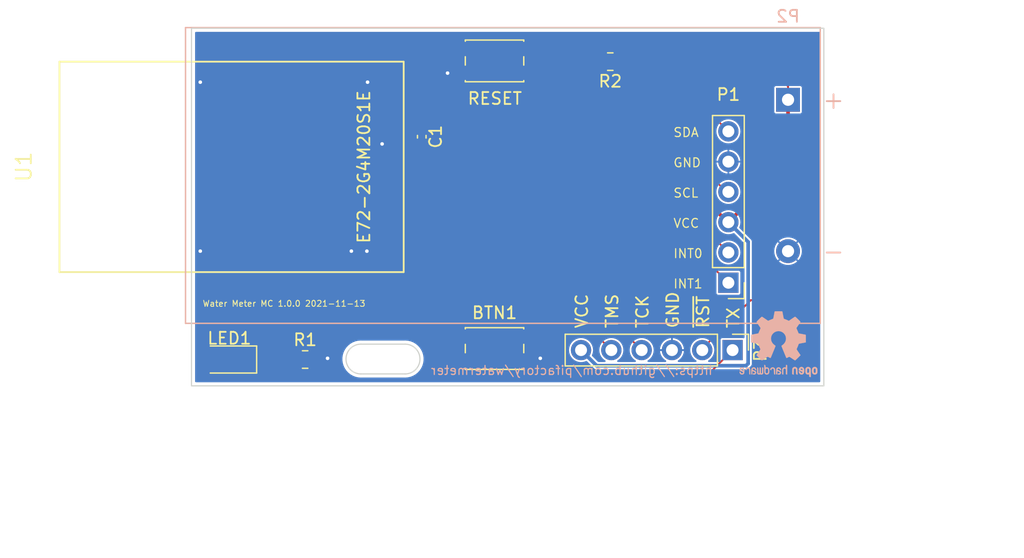
<source format=kicad_pcb>
(kicad_pcb (version 20211014) (generator pcbnew)
  (title_block (title "Water Meter Zigbee Microcontroller") (date "2021-11-13") (rev "1.0.0"))
  (layers (0 "F.Cu" signal) (31 "B.Cu" signal) (34 "B.Paste" user) (35 "F.Paste" user) (36 "B.SilkS" user "B.Silkscreen") (37 "F.SilkS" user "F.Silkscreen") (38 "B.Mask" user) (39 "F.Mask" user) (44 "Edge.Cuts" user))
  (property "BOARD_NAME" "Water Meter MC")
  (property "MOD_DATE" "2021-11-13")
  (property "VERSION" "1.0.0")
  (net 0 "")
  (net 1 "+3V3")
  (net 2 "GND")
  (net 3 "Net-(LED1-Pad1)")
  (net 4 "/LED")
  (net 5 "/INT1")
  (net 6 "/INT0")
  (net 7 "/SCL")
  (net 8 "/SDA")
  (net 9 "/TX")
  (net 10 "/~{RESET}")
  (net 11 "/TCK")
  (net 12 "/TMS")
  (net 13 "/BTN1")
  (footprint "Connector_PinHeader_2.54mm:PinHeader_1x06_P2.54mm_Vertical" (layer "F.Cu") (at 145 91.35 180)
    (fp_text reference "P1" (at 0 15.785) (layer "F.SilkS"))
    (fp_text value "Sensor")
    (fp_line (start -1.33 0) (end -1.33 -1.33) (layer "F.SilkS") (width 0.12))
    (fp_line (start -1.33 1.27) (end 1.33 1.27) (layer "F.SilkS") (width 0.12))
    (fp_line (start -1.33 -1.33) (end 0 -1.33) (layer "F.SilkS") (width 0.12))
    (fp_line (start 1.33 1.27) (end 1.33 14.03) (layer "F.SilkS") (width 0.12))
    (fp_line (start -1.33 14.03) (end 1.33 14.03) (layer "F.SilkS") (width 0.12))
    (fp_line (start -1.33 1.27) (end -1.33 14.03) (layer "F.SilkS") (width 0.12))
    (pad "1" thru_hole rect locked (at 0 0 180) (size 1.7 1.7) (drill 1) (layers *.Cu *.Mask) (net 5 "/INT1"))
    (pad "2" thru_hole oval locked (at 0 2.54 180) (size 1.7 1.7) (drill 1) (layers *.Cu *.Mask) (net 6 "/INT0"))
    (pad "3" thru_hole oval locked (at 0 5.08 180) (size 1.7 1.7) (drill 1) (layers *.Cu *.Mask) (net 1 "+3V3"))
    (pad "4" thru_hole oval locked (at 0 7.62 180) (size 1.7 1.7) (drill 1) (layers *.Cu *.Mask) (net 7 "/SCL"))
    (pad "5" thru_hole oval locked (at 0 10.16 180) (size 1.7 1.7) (drill 1) (layers *.Cu *.Mask) (net 2 "GND"))
    (pad "6" thru_hole oval locked (at 0 12.7 180) (size 1.7 1.7) (drill 1) (layers *.Cu *.Mask) (net 8 "/SDA"))
  )
  (footprint "Resistor_SMD:R_0805_2012Metric" (layer "F.Cu") (at 135.1 72.8 180)
    (fp_text reference "R2" (at 0 -1.65) (layer "F.SilkS"))
    (fp_text value "10k")
    (fp_line (start -0.227064 -0.735) (end 0.227064 -0.735) (layer "F.SilkS") (width 0.12))
    (fp_line (start -0.227064 0.735) (end 0.227064 0.735) (layer "F.SilkS") (width 0.12))
    (pad "1" smd roundrect locked (at -0.9125 0 180) (size 1.025 1.4) (layers "F.Cu" "F.Paste" "F.Mask") (roundrect_rratio 0.243902439) (net 1 "+3V3"))
    (pad "2" smd roundrect locked (at 0.9125 0 180) (size 1.025 1.4) (layers "F.Cu" "F.Paste" "F.Mask") (roundrect_rratio 0.243902439) (net 10 "/~{RESET}"))
  )
  (footprint "LED_SMD:LED_1206_3216Metric" (layer "F.Cu") (at 103.1748 97.79 180)
    (fp_text reference "LED1" (at 0 1.778) (layer "F.SilkS"))
    (fp_text value "GREEN")
    (fp_line (start 1.6 -1.135) (end -2.285 -1.135) (layer "F.SilkS") (width 0.12))
    (fp_line (start -2.285 -1.135) (end -2.285 1.135) (layer "F.SilkS") (width 0.12))
    (fp_line (start -2.285 1.135) (end 1.6 1.135) (layer "F.SilkS") (width 0.12))
    (pad "1" smd roundrect locked (at -1.4 0 180) (size 1.25 1.75) (layers "F.Cu" "F.Paste" "F.Mask") (roundrect_rratio 0.2) (net 3 "Net-(LED1-Pad1)"))
    (pad "2" smd roundrect locked (at 1.4 0 180) (size 1.25 1.75) (layers "F.Cu" "F.Paste" "F.Mask") (roundrect_rratio 0.2) (net 4 "/LED"))
  )
  (footprint "Button_Switch_SMD:SW_SPST_EVQP2" (layer "F.Cu") (at 125.4 72.74 180)
    (fp_text reference "SW1")
    (fp_text value "RESET" (at -0.0252 -3.1552) (layer "F.SilkS"))
    (fp_line (start -2.45 -0.35) (end -2.45 0.35) (layer "F.SilkS") (width 0.12))
    (fp_line (start -2.45 1.65) (end -2.45 1.75) (layer "F.SilkS") (width 0.12))
    (fp_line (start -2.45 -1.75) (end -2.45 -1.65) (layer "F.SilkS") (width 0.12))
    (fp_line (start -2.45 1.75) (end 2.45 1.75) (layer "F.SilkS") (width 0.12))
    (fp_line (start 2.45 1.75) (end 2.45 1.65) (layer "F.SilkS") (width 0.12))
    (fp_line (start 2.45 -1.75) (end 2.45 -1.65) (layer "F.SilkS") (width 0.12))
    (fp_line (start 2.45 -1.75) (end -2.45 -1.75) (layer "F.SilkS") (width 0.12))
    (fp_line (start 2.45 -0.35) (end 2.45 0.35) (layer "F.SilkS") (width 0.12))
    (pad "1" smd rect locked (at -2.58 -1 180) (size 1.45 0.7) (layers "F.Cu" "F.Paste" "F.Mask") (net 2 "GND"))
    (pad "1" smd rect locked (at 2.58 -1 180) (size 1.45 0.7) (layers "F.Cu" "F.Paste" "F.Mask") (net 2 "GND"))
    (pad "2" smd rect locked (at -2.58 1 180) (size 1.45 0.7) (layers "F.Cu" "F.Paste" "F.Mask") (net 10 "/~{RESET}"))
    (pad "2" smd rect locked (at 2.58 1 180) (size 1.45 0.7) (layers "F.Cu" "F.Paste" "F.Mask") (net 10 "/~{RESET}"))
  )
  (footprint "Connector_PinHeader_2.54mm:PinHeader_1x06_P2.54mm_Vertical" (layer "F.Cu") (at 145.35 97 -90)
    (fp_text reference "P3" (at 0 -2.33 90) (layer "F.SilkS"))
    (fp_text value "Debug")
    (fp_line (start -1.33 1.27) (end -1.33 14.03) (layer "F.SilkS") (width 0.12))
    (fp_line (start -1.33 0) (end -1.33 -1.33) (layer "F.SilkS") (width 0.12))
    (fp_line (start -1.33 1.27) (end 1.33 1.27) (layer "F.SilkS") (width 0.12))
    (fp_line (start 1.33 1.27) (end 1.33 14.03) (layer "F.SilkS") (width 0.12))
    (fp_line (start -1.33 14.03) (end 1.33 14.03) (layer "F.SilkS") (width 0.12))
    (fp_line (start -1.33 -1.33) (end 0 -1.33) (layer "F.SilkS") (width 0.12))
    (pad "1" thru_hole rect locked (at 0 0 270) (size 1.7 1.7) (drill 1) (layers *.Cu *.Mask) (net 9 "/TX"))
    (pad "2" thru_hole oval locked (at 0 2.54 270) (size 1.7 1.7) (drill 1) (layers *.Cu *.Mask) (net 10 "/~{RESET}"))
    (pad "3" thru_hole oval locked (at 0 5.08 270) (size 1.7 1.7) (drill 1) (layers *.Cu *.Mask) (net 2 "GND"))
    (pad "4" thru_hole oval locked (at 0 7.62 270) (size 1.7 1.7) (drill 1) (layers *.Cu *.Mask) (net 11 "/TCK"))
    (pad "5" thru_hole oval locked (at 0 10.16 270) (size 1.7 1.7) (drill 1) (layers *.Cu *.Mask) (net 12 "/TMS"))
    (pad "6" thru_hole oval locked (at 0 12.7 270) (size 1.7 1.7) (drill 1) (layers *.Cu *.Mask) (net 1 "+3V3"))
  )
  (footprint "Button_Switch_SMD:SW_SPST_EVQP2" (layer "F.Cu") (at 125.4 96.87 180)
    (fp_text reference "SW2" hide)
    (fp_text value "BTN1" (at 0 3) (layer "F.SilkS"))
    (fp_line (start -2.45 1.65) (end -2.45 1.75) (layer "F.SilkS") (width 0.12))
    (fp_line (start -2.45 -1.75) (end -2.45 -1.65) (layer "F.SilkS") (width 0.12))
    (fp_line (start 2.45 -1.75) (end -2.45 -1.75) (layer "F.SilkS") (width 0.12))
    (fp_line (start 2.45 -0.35) (end 2.45 0.35) (layer "F.SilkS") (width 0.12))
    (fp_line (start -2.45 1.75) (end 2.45 1.75) (layer "F.SilkS") (width 0.12))
    (fp_line (start 2.45 1.75) (end 2.45 1.65) (layer "F.SilkS") (width 0.12))
    (fp_line (start -2.45 -0.35) (end -2.45 0.35) (layer "F.SilkS") (width 0.12))
    (fp_line (start 2.45 -1.75) (end 2.45 -1.65) (layer "F.SilkS") (width 0.12))
    (pad "1" smd rect locked (at -2.58 -1 180) (size 1.45 0.7) (layers "F.Cu" "F.Paste" "F.Mask") (net 2 "GND"))
    (pad "1" smd rect locked (at 2.58 -1 180) (size 1.45 0.7) (layers "F.Cu" "F.Paste" "F.Mask") (net 2 "GND"))
    (pad "2" smd rect locked (at 2.58 1 180) (size 1.45 0.7) (layers "F.Cu" "F.Paste" "F.Mask") (net 13 "/BTN1"))
    (pad "2" smd rect locked (at -2.58 1 180) (size 1.45 0.7) (layers "F.Cu" "F.Paste" "F.Mask") (net 13 "/BTN1"))
  )
  (footprint "RF_Module_Goodies:E72-2G4M20S1E" (layer "F.Cu") (at 100.7 81.63 90)
    (fp_text reference "U1" (at 0 -14.75 90) (layer "F.SilkS") (effects (font (size 1.27 1.27))))
    (fp_text value "E72-2G4M20S1E" (at 0 13.75 90) (layer "F.SilkS"))
    (fp_line (start 8.825 -11.765) (end 8.825 17.085) (layer "F.SilkS") (width 0.15))
    (fp_line (start -8.825 17.085) (end -8.825 -11.765) (layer "F.SilkS") (width 0.15))
    (fp_line (start -8.825 -11.765) (end 8.825 -11.765) (layer "F.SilkS") (width 0.15))
    (fp_line (start 8.825 17.085) (end -8.825 17.085) (layer "F.SilkS") (width 0.15))
    (pad "1" smd roundrect (at -8.75 0 180) (size 0.7112 2.032) (layers "F.Cu" "F.Paste" "F.Mask") (net 2 "GND"))
    (pad "2" smd roundrect (at -8.75 1.27 180) (size 0.7112 2.032) (layers "F.Cu" "F.Paste" "F.Mask") (net 4 "/LED"))
    (pad "3" smd roundrect (at -8.75 2.54 180) (size 0.7112 2.032) (layers "F.Cu" "F.Paste" "F.Mask"))
    (pad "4" smd roundrect (at -8.75 3.81 180) (size 0.7112 2.032) (layers "F.Cu" "F.Paste" "F.Mask"))
    (pad "5" smd roundrect (at -8.75 5.08 180) (size 0.7112 2.032) (layers "F.Cu" "F.Paste" "F.Mask"))
    (pad "6" smd roundrect (at -8.75 6.35 180) (size 0.7112 2.032) (layers "F.Cu" "F.Paste" "F.Mask"))
    (pad "7" smd roundrect (at -8.75 7.62 180) (size 0.7112 2.032) (layers "F.Cu" "F.Paste" "F.Mask"))
    (pad "8" smd roundrect (at -8.75 8.89 180) (size 0.7112 2.032) (layers "F.Cu" "F.Paste" "F.Mask") (net 9 "/TX"))
    (pad "9" smd roundrect (at -8.75 10.16 180) (size 0.7112 2.032) (layers "F.Cu" "F.Paste" "F.Mask"))
    (pad "10" smd roundrect (at -8.75 11.43 180) (size 0.7112 2.032) (layers "F.Cu" "F.Paste" "F.Mask") (net 13 "/BTN1"))
    (pad "11" smd roundrect (at -8.75 12.7 180) (size 0.7112 2.032) (layers "F.Cu" "F.Paste" "F.Mask") (net 2 "GND"))
    (pad "12" smd roundrect (at -8.75 13.97 180) (size 0.7112 2.032) (layers "F.Cu" "F.Paste" "F.Mask") (net 2 "GND"))
    (pad "13" smd roundrect (at -5.715 17.01 90) (size 0.7112 2.032) (layers "F.Cu" "F.Paste" "F.Mask") (net 12 "/TMS"))
    (pad "14" smd roundrect (at -4.445 17.01 90) (size 0.7112 2.032) (layers "F.Cu" "F.Paste" "F.Mask") (net 11 "/TCK"))
    (pad "15" smd roundrect (at -3.175 17.01 90) (size 0.7112 2.032) (layers "F.Cu" "F.Paste" "F.Mask") (net 5 "/INT1"))
    (pad "16" smd roundrect (at -1.905 17.01 90) (size 0.7112 2.032) (layers "F.Cu" "F.Paste" "F.Mask") (net 6 "/INT0"))
    (pad "17" smd roundrect (at -0.635 17.01 90) (size 0.7112 2.032) (layers "F.Cu" "F.Paste" "F.Mask"))
    (pad "18" smd roundrect (at 0.635 17.01 90) (size 0.7112 2.032) (layers "F.Cu" "F.Paste" "F.Mask"))
    (pad "19" smd roundrect (at 1.905 17.01 90) (size 0.7112 2.032) (layers "F.Cu" "F.Paste" "F.Mask") (net 2 "GND"))
    (pad "20" smd roundrect (at 3.175 17.01 90) (size 0.7112 2.032) (layers "F.Cu" "F.Paste" "F.Mask") (net 1 "+3V3"))
    (pad "21" smd roundrect (at 4.445 17.01 90) (size 0.7112 2.032) (layers "F.Cu" "F.Paste" "F.Mask") (net 7 "/SCL"))
    (pad "22" smd roundrect (at 5.715 17.01 90) (size 0.7112 2.032) (layers "F.Cu" "F.Paste" "F.Mask") (net 8 "/SDA"))
    (pad "23" smd roundrect (at 8.75 13.97 180) (size 0.7112 2.032) (layers "F.Cu" "F.Paste" "F.Mask") (net 2 "GND"))
    (pad "24" smd roundrect (at 8.75 12.7 180) (size 0.7112 2.032) (layers "F.Cu" "F.Paste" "F.Mask") (net 10 "/~{RESET}"))
    (pad "25" smd roundrect (at 8.75 11.43 180) (size 0.7112 2.032) (layers "F.Cu" "F.Paste" "F.Mask"))
    (pad "26" smd roundrect (at 8.75 10.16 180) (size 0.7112 2.032) (layers "F.Cu" "F.Paste" "F.Mask"))
    (pad "27" smd roundrect (at 8.75 8.89 180) (size 0.7112 2.032) (layers "F.Cu" "F.Paste" "F.Mask"))
    (pad "28" smd roundrect (at 8.75 7.62 180) (size 0.7112 2.032) (layers "F.Cu" "F.Paste" "F.Mask"))
    (pad "29" smd roundrect (at 8.75 6.35 180) (size 0.7112 2.032) (layers "F.Cu" "F.Paste" "F.Mask"))
    (pad "30" smd roundrect (at 8.75 5.08 180) (size 0.7112 2.032) (layers "F.Cu" "F.Paste" "F.Mask"))
    (pad "31" smd roundrect (at 8.75 3.81 180) (size 0.7112 2.032) (layers "F.Cu" "F.Paste" "F.Mask"))
    (pad "32" smd roundrect (at 8.75 2.54 180) (size 0.7112 2.032) (layers "F.Cu" "F.Paste" "F.Mask"))
    (pad "33" smd roundrect (at 8.75 1.27 180) (size 0.7112 2.032) (layers "F.Cu" "F.Paste" "F.Mask"))
    (pad "34" smd roundrect (at 8.75 0 180) (size 0.7112 2.032) (layers "F.Cu" "F.Paste" "F.Mask") (net 2 "GND"))
    (zone (net 0) (net_name "") (layers *.Cu) (name "Antenna") (connect_pads (clearance 0)) (min_thickness 0.254)
      (keepout (tracks not_allowed) (vias not_allowed) (pads not_allowed) (copperpour not_allowed) (footprints not_allowed))
      (fill (thermal_gap 0.508) (thermal_bridge_width 0.508))
      (polygon (pts (xy 94.95 67.63) (xy 94.95 95.38) (xy 83.95 95.38) (xy 83.95 67.63)))
    )
  )
  (footprint "Capacitor_SMD:C_0402_1005Metric" (layer "F.Cu") (at 119.3 79.1 -90)
    (fp_text reference "C1" (at 0 -1.16 90) (layer "F.SilkS"))
    (fp_text value "1uF")
    (fp_line (start -0.107836 0.36) (end 0.107836 0.36) (layer "F.SilkS") (width 0.12))
    (fp_line (start -0.107836 -0.36) (end 0.107836 -0.36) (layer "F.SilkS") (width 0.12))
    (pad "1" smd roundrect locked (at -0.48 0 270) (size 0.56 0.62) (layers "F.Cu" "F.Paste" "F.Mask") (net 1 "+3V3"))
    (pad "2" smd roundrect locked (at 0.48 0 270) (size 0.56 0.62) (layers "F.Cu" "F.Paste" "F.Mask") (net 2 "GND"))
  )
  (footprint "Resistor_SMD:R_0805_2012Metric" (layer "F.Cu") (at 109.5248 97.79)
    (fp_text reference "R1" (at 0 -1.65) (layer "F.SilkS"))
    (fp_text value "4k7")
    (fp_line (start -0.227064 -0.735) (end 0.227064 -0.735) (layer "F.SilkS") (width 0.12))
    (fp_line (start -0.227064 0.735) (end 0.227064 0.735) (layer "F.SilkS") (width 0.12))
    (pad "1" smd roundrect locked (at -0.9125 0) (size 1.025 1.4) (layers "F.Cu" "F.Paste" "F.Mask") (roundrect_rratio 0.243902439) (net 3 "Net-(LED1-Pad1)"))
    (pad "2" smd roundrect locked (at 0.9125 0) (size 1.025 1.4) (layers "F.Cu" "F.Paste" "F.Mask") (roundrect_rratio 0.243902439) (net 2 "GND"))
  )
  (footprint "Symbol:OSHW-Logo2_7.3x6mm_SilkScreen" (layer "B.Cu") (at 149.2 96.5 180)
    (fp_text reference "REF**" hide)
    (fp_text value "OSHW-Logo2_7.3x6mm_SilkScreen" hide)
    (fp_poly (pts (xy 0.10391 2.757652) (xy 0.182454 2.757222) (xy 0.239298 2.756058) (xy 0.278105 2.753793) (xy 0.302538 2.75006) (xy 0.316262 2.744494) (xy 0.32294 2.736727) (xy 0.326236 2.726395) (xy 0.326556 2.725057) (xy 0.331562 2.700921) (xy 0.340829 2.653299) (xy 0.353392 2.587259) (xy 0.368287 2.507872) (xy 0.384551 2.420204) (xy 0.385119 2.417125) (xy 0.40141 2.331211) (xy 0.416652 2.255304) (xy 0.429861 2.193955) (xy 0.440054 2.151718) (xy 0.446248 2.133145) (xy 0.446543 2.132816) (xy 0.464788 2.123747) (xy 0.502405 2.108633) (xy 0.551271 2.090738) (xy 0.551543 2.090642) (xy 0.613093 2.067507) (xy 0.685657 2.038035) (xy 0.754057 2.008403) (xy 0.757294 2.006938) (xy 0.868702 1.956374) (xy 1.115399 2.12484) (xy 1.191077 2.176197) (xy 1.259631 2.222111) (xy 1.317088 2.25997) (xy 1.359476 2.287163) (xy 1.382825 2.301079) (xy 1.385042 2.302111) (xy 1.40201 2.297516) (xy 1.433701 2.275345) (xy 1.481352 2.234553) (xy 1.546198 2.174095) (xy 1.612397 2.109773) (xy 1.676214 2.046388) (xy 1.733329 1.988549) (xy 1.780305 1.939825) (xy 1.813703 1.90379) (xy 1.830085 1.884016) (xy 1.830694 1.882998) (xy 1.832505 1.869428) (xy 1.825683 1.847267) (xy 1.80854 1.813522) (xy 1.779393 1.7652) (xy 1.736555 1.699308) (xy 1.679448 1.614483) (xy 1.628766 1.539823) (xy 1.583461 1.47286) (xy 1.54615 1.417484) (xy 1.519452 1.37758) (xy 1.505985 1.357038) (xy 1.505137 1.355644) (xy 1.506781 1.335962) (xy 1.519245 1.297707) (xy 1.540048 1.248111) (xy 1.547462 1.232272) (xy 1.579814 1.16171) (xy 1.614328 1.081647) (xy 1.642365 1.012371) (xy 1.662568 0.960955) (xy 1.678615 0.921881) (xy 1.687888 0.901459) (xy 1.689041 0.899886) (xy 1.706096 0.897279) (xy 1.746298 0.890137) (xy 1.804302 0.879477) (xy 1.874763 0.866315) (xy 1.952335 0.851667) (xy 2.031672 0.836551) (xy 2.107431 0.821982) (xy 2.174264 0.808978) (xy 2.226828 0.798555) (xy 2.259776 0.79173) (xy 2.267857 0.789801) (xy 2.276205 0.785038) (xy 2.282506 0.774282) (xy 2.287045 0.753902) (xy 2.290104 0.720266) (xy 2.291967 0.669745) (xy 2.292918 0.598708) (xy 2.29324 0.503524) (xy 2.293257 0.464508) (xy 2.293257 0.147201) (xy 2.217057 0.132161) (xy 2.174663 0.124005) (xy 2.1114 0.112101) (xy 2.034962 0.097884) (xy 1.953043 0.08279) (xy 1.9304 0.078645) (xy 1.854806 0.063947) (xy 1.788953 0.049495) (xy 1.738366 0.036625) (xy 1.708574 0.026678) (xy 1.703612 0.023713) (xy 1.691426 0.002717) (xy 1.673953 -0.037967) (xy 1.654577 -0.090322) (xy 1.650734 -0.1016) (xy 1.625339 -0.171523) (xy 1.593817 -0.250418) (xy 1.562969 -0.321266) (xy 1.562817 -0.321595) (xy 1.511447 -0.432733) (xy 1.680399 -0.681253) (xy 1.849352 -0.929772) (xy 1.632429 -1.147058) (xy 1.566819 -1.211726) (xy 1.506979 -1.268733) (xy 1.456267 -1.315033) (xy 1.418046 -1.347584) (xy 1.395675 -1.363343) (xy 1.392466 -1.364343) (xy 1.373626 -1.356469) (xy 1.33518 -1.334578) (xy 1.28133 -1.301267) (xy 1.216276 -1.259131) (xy 1.14594 -1.211943) (xy 1.074555 -1.16381) (xy 1.010908 -1.121928) (xy 0.959041 -1.088871) (xy 0.922995 -1.067218) (xy 0.906867 -1.059543) (xy 0.887189 -1.066037) (xy 0.849875 -1.08315) (xy 0.802621 -1.107326) (xy 0.797612 -1.110013) (xy 0.733977 -1.141927) (xy 0.690341 -1.157579) (xy 0.663202 -1.157745) (xy 0.649057 -1.143204) (xy 0.648975 -1.143) (xy 0.641905 -1.125779) (xy 0.625042 -1.084899) (xy 0.599695 -1.023525) (xy 0.567171 -0.944819) (xy 0.528778 -0.851947) (xy 0.485822 -0.748072) (xy 0.444222 -0.647502) (xy 0.398504 -0.536516) (xy 0.356526 -0.433703) (xy 0.319548 -0.342215) (xy 0.288827 -0.265201) (xy 0.265622 -0.205815) (xy 0.25119 -0.167209) (xy 0.246743 -0.1528) (xy 0.257896 -0.136272) (xy 0.287069 -0.10993) (xy 0.325971 -0.080887) (xy 0.436757 0.010961) (xy 0.523351 0.116241) (xy 0.584716 0.232734) (xy 0.619815 0.358224) (xy 0.627608 0.490493) (xy 0.621943 0.551543) (xy 0.591078 0.678205) (xy 0.53792 0.790059) (xy 0.465767 0.885999) (xy 0.377917 0.964924) (xy 0.277665 1.02573) (xy 0.16831 1.067313) (xy 0.053147 1.088572) (xy -0.064525 1.088401) (xy -0.18141 1.065699) (xy -0.294211 1.019362) (xy -0.399631 0.948287) (xy -0.443632 0.908089) (xy -0.528021 0.804871) (xy -0.586778 0.692075) (xy -0.620296 0.57299) (xy -0.628965 0.450905) (xy -0.613177 0.329107) (xy -0.573322 0.210884) (xy -0.509793 0.099525) (xy -0.422979 -0.001684) (xy -0.325971 -0.080887) (xy -0.285563 -0.111162) (xy -0.257018 -0.137219) (xy -0.246743 -0.152825) (xy -0.252123 -0.169843) (xy -0.267425 -0.2105) (xy -0.291388 -0.271642) (xy -0.322756 -0.350119) (xy -0.360268 -0.44278) (xy -0.402667 -0.546472) (xy -0.444337 -0.647526) (xy -0.49031 -0.758607) (xy -0.532893 -0.861541) (xy -0.570779 -0.953165) (xy -0.60266 -1.030316) (xy -0.627229 -1.089831) (xy -0.64318 -1.128544) (xy -0.64909 -1.143) (xy -0.663052 -1.157685) (xy -0.69006 -1.157642) (xy -0.733587 -1.142099) (xy -0.79711 -1.110284) (xy -0.797612 -1.110013) (xy -0.84544 -1.085323) (xy -0.884103 -1.067338) (xy -0.905905 -1.059614) (xy -0.906867 -1.059543) (xy -0.923279 -1.067378) (xy -0.959513 -1.089165) (xy -1.011526 -1.122328) (xy -1.075275 -1.164291) (xy -1.14594 -1.211943) (xy -1.217884 -1.260191) (xy -1.282726 -1.302151) (xy -1.336265 -1.335227) (xy -1.374303 -1.356821) (xy -1.392467 -1.364343) (xy -1.409192 -1.354457) (xy -1.44282 -1.326826) (xy -1.48999 -1.284495) (xy -1.547342 -1.230505) (xy -1.611516 -1.167899) (xy -1.632503 -1.146983) (xy -1.849501 -0.929623) (xy -1.684332 -0.68722) (xy -1.634136 -0.612781) (xy -1.590081 -0.545972) (xy -1.554638 -0.490665) (xy -1.530281 -0.450729) (xy -1.519478 -0.430036) (xy -1.519162 -0.428563) (xy -1.524857 -0.409058) (xy -1.540174 -0.369822) (xy -1.562463 -0.31743) (xy -1.578107 -0.282355) (xy -1.607359 -0.215201) (xy -1.634906 -0.147358) (xy -1.656263 -0.090034) (xy -1.662065 -0.072572) (xy -1.678548 -0.025938) (xy -1.69466 0.010095) (xy -1.70351 0.023713) (xy -1.72304 0.032048) (xy -1.765666 0.043863) (xy -1.825855 0.057819) (xy -1.898078 0.072578) (xy -1.9304 0.078645) (xy -2.012478 0.093727) (xy -2.091205 0.108331) (xy -2.158891 0.12102) (xy -2.20784 0.130358) (xy -2.217057 0.132161) (xy -2.293257 0.147201) (xy -2.293257 0.464508) (xy -2.293086 0.568846) (xy -2.292384 0.647787) (xy -2.290866 0.704962) (xy -2.288251 0.744001) (xy -2.284254 0.768535) (xy -2.278591 0.782195) (xy -2.27098 0.788611) (xy -2.267857 0.789801) (xy -2.249022 0.79402) (xy -2.207412 0.802438) (xy -2.14837 0.814039) (xy -2.077243 0.827805) (xy -1.999375 0.84272) (xy -1.920113 0.857768) (xy -1.844802 0.871931) (xy -1.778787 0.884194) (xy -1.727413 0.893539) (xy -1.696025 0.89895) (xy -1.689041 0.899886) (xy -1.682715 0.912404) (xy -1.66871 0.945754) (xy -1.649645 0.993623) (xy -1.642366 1.012371) (xy -1.613004 1.084805) (xy -1.578429 1.16483) (xy -1.547463 1.232272) (xy -1.524677 1.283841) (xy -1.509518 1.326215) (xy -1.504458 1.352166) (xy -1.505264 1.355644) (xy -1.515959 1.372064) (xy -1.54038 1.408583) (xy -1.575905 1.461313) (xy -1.619913 1.526365) (xy -1.669783 1.599849) (xy -1.679644 1.614355) (xy -1.737508 1.700296) (xy -1.780044 1.765739) (xy -1.808946 1.813696) (xy -1.82591 1.84718) (xy -1.832633 1.869205) (xy -1.83081 1.882783) (xy -1.830764 1.882869) (xy -1.816414 1.900703) (xy -1.784677 1.935183) (xy -1.73899 1.982732) (xy -1.682796 2.039778) (xy -1.619532 2.102745) (xy -1.612398 2.109773) (xy -1.53267 2.18698) (xy -1.471143 2.24367) (xy -1.426579 2.28089) (xy -1.397743 2.299685) (xy -1.385042 2.302111) (xy -1.366506 2.291529) (xy -1.328039 2.267084) (xy -1.273614 2.231388) (xy -1.207202 2.187053) (xy -1.132775 2.136689) (xy -1.115399 2.12484) (xy -0.868703 1.956374) (xy -0.757294 2.006938) (xy -0.689543 2.036405) (xy -0.616817 2.066041) (xy -0.554297 2.08967) (xy -0.551543 2.090642) (xy -0.50264 2.108543) (xy -0.464943 2.12368) (xy -0.446575 2.13279) (xy -0.446544 2.132816) (xy -0.440715 2.149283) (xy -0.430808 2.189781) (xy -0.417805 2.249758) (xy -0.402691 2.32466) (xy -0.386448 2.409936) (xy -0.385119 2.417125) (xy -0.368825 2.504986) (xy -0.353867 2.58474) (xy -0.341209 2.651319) (xy -0.331814 2.699653) (xy -0.326646 2.724675) (xy -0.326556 2.725057) (xy -0.323411 2.735701) (xy -0.317296 2.743738) (xy -0.304547 2.749533) (xy -0.2815 2.753453) (xy -0.244491 2.755865) (xy -0.189856 2.757135) (xy -0.113933 2.757629) (xy -0.013056 2.757714) (xy 0 2.757714) (xy 0.10391 2.757652)) (layer "B.SilkS") (width 0.01) (fill solid))
    (fp_poly (pts (xy 3.153595 -1.966966) (xy 3.211021 -2.004497) (xy 3.238719 -2.038096) (xy 3.260662 -2.099064) (xy 3.262405 -2.147308) (xy 3.258457 -2.211816) (xy 3.109686 -2.276934) (xy 3.037349 -2.310202) (xy 2.990084 -2.336964) (xy 2.965507 -2.360144) (xy 2.961237 -2.382667) (xy 2.974889 -2.407455) (xy 2.989943 -2.423886) (xy 3.033746 -2.450235) (xy 3.081389 -2.452081) (xy 3.125145 -2.431546) (xy 3.157289 -2.390752) (xy 3.163038 -2.376347) (xy 3.190576 -2.331356) (xy 3.222258 -2.312182) (xy 3.265714 -2.295779) (xy 3.265714 -2.357966) (xy 3.261872 -2.400283) (xy 3.246823 -2.435969) (xy 3.21528 -2.476943) (xy 3.210592 -2.482267) (xy 3.175506 -2.51872) (xy 3.145347 -2.538283) (xy 3.107615 -2.547283) (xy 3.076335 -2.55023) (xy 3.020385 -2.550965) (xy 2.980555 -2.54166) (xy 2.955708 -2.527846) (xy 2.916656 -2.497467) (xy 2.889625 -2.464613) (xy 2.872517 -2.423294) (xy 2.863238 -2.367521) (xy 2.859693 -2.291305) (xy 2.85941 -2.252622) (xy 2.860372 -2.206247) (xy 2.948007 -2.206247) (xy 2.949023 -2.231126) (xy 2.951556 -2.2352) (xy 2.968274 -2.229665) (xy 3.004249 -2.215017) (xy 3.052331 -2.19419) (xy 3.062386 -2.189714) (xy 3.123152 -2.158814) (xy 3.156632 -2.131657) (xy 3.16399 -2.10622) (xy 3.146391 -2.080481) (xy 3.131856 -2.069109) (xy 3.07941 -2.046364) (xy 3.030322 -2.050122) (xy 2.989227 -2.077884) (xy 2.960758 -2.127152) (xy 2.951631 -2.166257) (xy 2.948007 -2.206247) (xy 2.860372 -2.206247) (xy 2.861285 -2.162249) (xy 2.868196 -2.095384) (xy 2.881884 -2.046695) (xy 2.904096 -2.010849) (xy 2.936574 -1.982513) (xy 2.950733 -1.973355) (xy 3.015053 -1.949507) (xy 3.085473 -1.948006) (xy 3.153595 -1.966966)) (layer "B.SilkS") (width 0.01) (fill solid))
    (fp_poly (pts (xy -1.283907 -1.92778) (xy -1.237328 -1.954723) (xy -1.204943 -1.981466) (xy -1.181258 -2.009484) (xy -1.164941 -2.043748) (xy -1.154661 -2.089227) (xy -1.149086 -2.150892) (xy -1.146884 -2.233711) (xy -1.146629 -2.293246) (xy -1.146629 -2.512391) (xy -1.208314 -2.540044) (xy -1.27 -2.567697) (xy -1.277257 -2.32767) (xy -1.280256 -2.238028) (xy -1.283402 -2.172962) (xy -1.287299 -2.128026) (xy -1.292553 -2.09877) (xy -1.299769 -2.080748) (xy -1.30955 -2.069511) (xy -1.312688 -2.067079) (xy -1.360239 -2.048083) (xy -1.408303 -2.0556) (xy -1.436914 -2.075543) (xy -1.448553 -2.089675) (xy -1.456609 -2.10822) (xy -1.461729 -2.136334) (xy -1.464559 -2.179173) (xy -1.465744 -2.241895) (xy -1.465943 -2.307261) (xy -1.465982 -2.389268) (xy -1.467386 -2.447316) (xy -1.472086 -2.486465) (xy -1.482013 -2.51178) (xy -1.499097 -2.528323) (xy -1.525268 -2.541156) (xy -1.560225 -2.554491) (xy -1.598404 -2.569007) (xy -1.593859 -2.311389) (xy -1.592029 -2.218519) (xy -1.589888 -2.149889) (xy -1.586819 -2.100711) (xy -1.582206 -2.066198) (xy -1.575432 -2.041562) (xy -1.565881 -2.022016) (xy -1.554366 -2.00477) (xy -1.49881 -1.94968) (xy -1.43102 -1.917822) (xy -1.357287 -1.910191) (xy -1.283907 -1.92778)) (layer "B.SilkS") (width 0.01) (fill solid))
    (fp_poly (pts (xy -2.958885 -1.921962) (xy -2.890855 -1.957733) (xy -2.840649 -2.015301) (xy -2.822815 -2.052312) (xy -2.808937 -2.107882) (xy -2.801833 -2.178096) (xy -2.80116 -2.254727) (xy -2.806573 -2.329552) (xy -2.81773 -2.394342) (xy -2.834286 -2.440873) (xy -2.839374 -2.448887) (xy -2.899645 -2.508707) (xy -2.971231 -2.544535) (xy -3.048908 -2.55502) (xy -3.127452 -2.53881) (xy -3.149311 -2.529092) (xy -3.191878 -2.499143) (xy -3.229237 -2.459433) (xy -3.232768 -2.454397) (xy -3.247119 -2.430124) (xy -3.256606 -2.404178) (xy -3.26221 -2.370022) (xy -3.264914 -2.321119) (xy -3.265701 -2.250935) (xy -3.265714 -2.2352) (xy -3.265678 -2.230192) (xy -3.120571 -2.230192) (xy -3.119727 -2.29643) (xy -3.116404 -2.340386) (xy -3.109417 -2.368779) (xy -3.097584 -2.388325) (xy -3.091543 -2.394857) (xy -3.056814 -2.41968) (xy -3.023097 -2.418548) (xy -2.989005 -2.397016) (xy -2.968671 -2.374029) (xy -2.956629 -2.340478) (xy -2.949866 -2.287569) (xy -2.949402 -2.281399) (xy -2.948248 -2.185513) (xy -2.960312 -2.114299) (xy -2.98543 -2.068194) (xy -3.02344 -2.047635) (xy -3.037008 -2.046514) (xy -3.072636 -2.052152) (xy -3.097006 -2.071686) (xy -3.111907 -2.109042) (xy -3.119125 -2.16815) (xy -3.120571 -2.230192) (xy -3.265678 -2.230192) (xy -3.265174 -2.160413) (xy -3.262904 -2.108159) (xy -3.257932 -2.071949) (xy -3.249287 -2.045299) (xy -3.235995 -2.021722) (xy -3.233057 -2.017338) (xy -3.183687 -1.958249) (xy -3.129891 -1.923947) (xy -3.064398 -1.910331) (xy -3.042158 -1.909665) (xy -2.958885 -1.921962)) (layer "B.SilkS") (width 0.01) (fill solid))
    (fp_poly (pts (xy 1.190117 -2.065358) (xy 1.189933 -2.173837) (xy 1.189219 -2.257287) (xy 1.187675 -2.319704) (xy 1.185001 -2.365085) (xy 1.180894 -2.397429) (xy 1.175055 -2.420733) (xy 1.167182 -2.438995) (xy 1.161221 -2.449418) (xy 1.111855 -2.505945) (xy 1.049264 -2.541377) (xy 0.980013 -2.55409) (xy 0.910668 -2.542463) (xy 0.869375 -2.521568) (xy 0.826025 -2.485422) (xy 0.796481 -2.441276) (xy 0.778655 -2.383462) (xy 0.770463 -2.306313) (xy 0.769302 -2.249714) (xy 0.769458 -2.245647) (xy 0.870857 -2.245647) (xy 0.871476 -2.31055) (xy 0.874314 -2.353514) (xy 0.88084 -2.381622) (xy 0.892523 -2.401953) (xy 0.906483 -2.417288) (xy 0.953365 -2.44689) (xy 1.003701 -2.449419) (xy 1.051276 -2.424705) (xy 1.054979 -2.421356) (xy 1.070783 -2.403935) (xy 1.080693 -2.383209) (xy 1.086058 -2.352362) (xy 1.088228 -2.304577) (xy 1.088571 -2.251748) (xy 1.087827 -2.185381) (xy 1.084748 -2.141106) (xy 1.078061 -2.112009) (xy 1.066496 -2.091173) (xy 1.057013 -2.080107) (xy 1.01296 -2.052198) (xy 0.962224 -2.048843) (xy 0.913796 -2.070159) (xy 0.90445 -2.078073) (xy 0.88854 -2.095647) (xy 0.87861 -2.116587) (xy 0.873278 -2.147782) (xy 0.871163 -2.196122) (xy 0.870857 -2.245647) (xy 0.769458 -2.245647) (xy 0.77281 -2.158568) (xy 0.784726 -2.090086) (xy 0.807135 -2.0386) (xy 0.842124 -1.998443) (xy 0.869375 -1.977861) (xy 0.918907 -1.955625) (xy 0.976316 -1.945304) (xy 1.029682 -1.948067) (xy 1.059543 -1.959212) (xy 1.071261 -1.962383) (xy 1.079037 -1.950557) (xy 1.084465 -1.918866) (xy 1.088571 -1.870593) (xy 1.093067 -1.816829) (xy 1.099313 -1.784482) (xy 1.110676 -1.765985) (xy 1.130528 -1.75377) (xy 1.143 -1.748362) (xy 1.190171 -1.728601) (xy 1.190117 -2.065358)) (layer "B.SilkS") (width 0.01) (fill solid))
    (fp_poly (pts (xy -1.831697 -1.931239) (xy -1.774473 -1.969735) (xy -1.730251 -2.025335) (xy -1.703833 -2.096086) (xy -1.69849 -2.148162) (xy -1.699097 -2.169893) (xy -1.704178 -2.186531) (xy -1.718145 -2.201437) (xy -1.745411 -2.217973) (xy -1.790388 -2.239498) (xy -1.857489 -2.269374) (xy -1.857829 -2.269524) (xy -1.919593 -2.297813) (xy -1.970241 -2.322933) (xy -2.004596 -2.342179) (xy -2.017482 -2.352848) (xy -2.017486 -2.352934) (xy -2.006128 -2.376166) (xy -1.979569 -2.401774) (xy -1.949077 -2.420221) (xy -1.93363 -2.423886) (xy -1.891485 -2.411212) (xy -1.855192 -2.379471) (xy -1.837483 -2.344572) (xy -1.820448 -2.318845) (xy -1.787078 -2.289546) (xy -1.747851 -2.264235) (xy -1.713244 -2.250471) (xy -1.706007 -2.249714) (xy -1.697861 -2.26216) (xy -1.69737 -2.293972) (xy -1.703357 -2.336866) (xy -1.714643 -2.382558) (xy -1.73005 -2.422761) (xy -1.730829 -2.424322) (xy -1.777196 -2.489062) (xy -1.837289 -2.533097) (xy -1.905535 -2.554711) (xy -1.976362 -2.552185) (xy -2.044196 -2.523804) (xy -2.047212 -2.521808) (xy -2.100573 -2.473448) (xy -2.13566 -2.410352) (xy -2.155078 -2.327387) (xy -2.157684 -2.304078) (xy -2.162299 -2.194055) (xy -2.156767 -2.142748) (xy -2.017486 -2.142748) (xy -2.015676 -2.174753) (xy -2.005778 -2.184093) (xy -1.981102 -2.177105) (xy -1.942205 -2.160587) (xy -1.898725 -2.139881) (xy -1.897644 -2.139333) (xy -1.860791 -2.119949) (xy -1.846 -2.107013) (xy -1.849647 -2.093451) (xy -1.865005 -2.075632) (xy -1.904077 -2.049845) (xy -1.946154 -2.04795) (xy -1.983897 -2.066717) (xy -2.009966 -2.102915) (xy -2.017486 -2.142748) (xy -2.156767 -2.142748) (xy -2.152806 -2.106027) (xy -2.12845 -2.036212) (xy -2.094544 -1.987302) (xy -2.033347 -1.937878) (xy -1.965937 -1.913359) (xy -1.89712 -1.911797) (xy -1.831697 -1.931239)) (layer "B.SilkS") (width 0.01) (fill solid))
    (fp_poly (pts (xy -0.624114 -1.851289) (xy -0.619861 -1.910613) (xy -0.614975 -1.945572) (xy -0.608205 -1.96082) (xy -0.598298 -1.961015) (xy -0.595086 -1.959195) (xy -0.552356 -1.946015) (xy -0.496773 -1.946785) (xy -0.440263 -1.960333) (xy -0.404918 -1.977861) (xy -0.368679 -2.005861) (xy -0.342187 -2.037549) (xy -0.324001 -2.077813) (xy -0.312678 -2.131543) (xy -0.306778 -2.203626) (xy -0.304857 -2.298951) (xy -0.304823 -2.317237) (xy -0.3048 -2.522646) (xy -0.350509 -2.53858) (xy -0.382973 -2.54942) (xy -0.400785 -2.554468) (xy -0.401309 -2.554514) (xy -0.403063 -2.540828) (xy -0.404556 -2.503076) (xy -0.405674 -2.446224) (xy -0.406303 -2.375234) (xy -0.4064 -2.332073) (xy -0.406602 -2.246973) (xy -0.407642 -2.185981) (xy -0.410169 -2.144177) (xy -0.414836 -2.116642) (xy -0.422293 -2.098456) (xy -0.433189 -2.084698) (xy -0.439993 -2.078073) (xy -0.486728 -2.051375) (xy -0.537728 -2.049375) (xy -0.583999 -2.071955) (xy -0.592556 -2.080107) (xy -0.605107 -2.095436) (xy -0.613812 -2.113618) (xy -0.619369 -2.139909) (xy -0.622474 -2.179562) (xy -0.623824 -2.237832) (xy -0.624114 -2.318173) (xy -0.624114 -2.522646) (xy -0.669823 -2.53858) (xy -0.702287 -2.54942) (xy -0.720099 -2.554468) (xy -0.720623 -2.554514) (xy -0.721963 -2.540623) (xy -0.723172 -2.501439) (xy -0.724199 -2.4407) (xy -0.724998 -2.362141) (xy -0.725519 -2.269498) (xy -0.725714 -2.166509) (xy -0.725714 -1.769342) (xy -0.678543 -1.749444) (xy -0.631371 -1.729547) (xy -0.624114 -1.851289)) (layer "B.SilkS") (width 0.01) (fill solid))
    (fp_poly (pts (xy 2.144876 -1.956335) (xy 2.186667 -1.975344) (xy 2.219469 -1.998378) (xy 2.243503 -2.024133) (xy 2.260097 -2.057358) (xy 2.270577 -2.1028) (xy 2.276271 -2.165207) (xy 2.278507 -2.249327) (xy 2.278743 -2.304721) (xy 2.278743 -2.520826) (xy 2.241774 -2.53767) (xy 2.212656 -2.549981) (xy 2.198231 -2.554514) (xy 2.195472 -2.541025) (xy 2.193282 -2.504653) (xy 2.191942 -2.451542) (xy 2.191657 -2.409372) (xy 2.190434 -2.348447) (xy 2.187136 -2.300115) (xy 2.182321 -2.270518) (xy 2.178496 -2.264229) (xy 2.152783 -2.270652) (xy 2.112418 -2.287125) (xy 2.065679 -2.309458) (xy 2.020845 -2.333457) (xy 1.986193 -2.35493) (xy 1.970002 -2.369685) (xy 1.969938 -2.369845) (xy 1.97133 -2.397152) (xy 1.983818 -2.423219) (xy 2.005743 -2.444392) (xy 2.037743 -2.451474) (xy 2.065092 -2.450649) (xy 2.103826 -2.450042) (xy 2.124158 -2.459116) (xy 2.136369 -2.483092) (xy 2.137909 -2.487613) (xy 2.143203 -2.521806) (xy 2.129047 -2.542568) (xy 2.092148 -2.552462) (xy 2.052289 -2.554292) (xy 1.980562 -2.540727) (xy 1.943432 -2.521355) (xy 1.897576 -2.475845) (xy 1.873256 -2.419983) (xy 1.871073 -2.360957) (xy 1.891629 -2.305953) (xy 1.922549 -2.271486) (xy 1.95342 -2.252189) (xy 2.001942 -2.227759) (xy 2.058485 -2.202985) (xy 2.06791 -2.199199) (xy 2.130019 -2.171791) (xy 2.165822 -2.147634) (xy 2.177337 -2.123619) (xy 2.16658 -2.096635) (xy 2.148114 -2.075543) (xy 2.104469 -2.049572) (xy 2.056446 -2.047624) (xy 2.012406 -2.067637) (xy 1.980709 -2.107551) (xy 1.976549 -2.117848) (xy 1.952327 -2.155724) (xy 1.916965 -2.183842) (xy 1.872343 -2.206917) (xy 1.872343 -2.141485) (xy 1.874969 -2.101506) (xy 1.88623 -2.069997) (xy 1.911199 -2.036378) (xy 1.935169 -2.010484) (xy 1.972441 -1.973817) (xy 2.001401 -1.954121) (xy 2.032505 -1.94622) (xy 2.067713 -1.944914) (xy 2.144876 -1.956335)) (layer "B.SilkS") (width 0.01) (fill solid))
    (fp_poly (pts (xy 2.6526 -1.958752) (xy 2.669948 -1.966334) (xy 2.711356 -1.999128) (xy 2.746765 -2.046547) (xy 2.768664 -2.097151) (xy 2.772229 -2.122098) (xy 2.760279 -2.156927) (xy 2.734067 -2.175357) (xy 2.705964 -2.186516) (xy 2.693095 -2.188572) (xy 2.686829 -2.173649) (xy 2.674456 -2.141175) (xy 2.669028 -2.126502) (xy 2.63859 -2.075744) (xy 2.59452 -2.050427) (xy 2.53801 -2.051206) (xy 2.533825 -2.052203) (xy 2.503655 -2.066507) (xy 2.481476 -2.094393) (xy 2.466327 -2.139287) (xy 2.45725 -2.204615) (xy 2.453286 -2.293804) (xy 2.452914 -2.341261) (xy 2.45273 -2.416071) (xy 2.451522 -2.467069) (xy 2.448309 -2.499471) (xy 2.442109 -2.518495) (xy 2.43194 -2.529356) (xy 2.416819 -2.537272) (xy 2.415946 -2.53767) (xy 2.386828 -2.549981) (xy 2.372403 -2.554514) (xy 2.370186 -2.540809) (xy 2.368289 -2.502925) (xy 2.366847 -2.445715) (xy 2.365998 -2.374027) (xy 2.365829 -2.321565) (xy 2.366692 -2.220047) (xy 2.37007 -2.143032) (xy 2.377142 -2.086023) (xy 2.389088 -2.044526) (xy 2.40709 -2.014043) (xy 2.432327 -1.99008) (xy 2.457247 -1.973355) (xy 2.517171 -1.951097) (xy 2.586911 -1.946076) (xy 2.6526 -1.958752)) (layer "B.SilkS") (width 0.01) (fill solid))
    (fp_poly (pts (xy 1.779833 -1.958663) (xy 1.782048 -1.99685) (xy 1.783784 -2.054886) (xy 1.784899 -2.12818) (xy 1.785257 -2.205055) (xy 1.785257 -2.465196) (xy 1.739326 -2.511127) (xy 1.707675 -2.539429) (xy 1.67989 -2.550893) (xy 1.641915 -2.550168) (xy 1.62684 -2.548321) (xy 1.579726 -2.542948) (xy 1.540756 -2.539869) (xy 1.531257 -2.539585) (xy 1.499233 -2.541445) (xy 1.453432 -2.546114) (xy 1.435674 -2.548321) (xy 1.392057 -2.551735) (xy 1.362745 -2.54432) (xy 1.33368 -2.521427) (xy 1.323188 -2.511127) (xy 1.277257 -2.465196) (xy 1.277257 -1.978602) (xy 1.314226 -1.961758) (xy 1.346059 -1.949282) (xy 1.364683 -1.944914) (xy 1.369458 -1.958718) (xy 1.373921 -1.997286) (xy 1.377775 -2.056356) (xy 1.380722 -2.131663) (xy 1.382143 -2.195286) (xy 1.386114 -2.445657) (xy 1.420759 -2.450556) (xy 1.452268 -2.447131) (xy 1.467708 -2.436041) (xy 1.472023 -2.415308) (xy 1.475708 -2.371145) (xy 1.478469 -2.309146) (xy 1.480012 -2.234909) (xy 1.480235 -2.196706) (xy 1.480457 -1.976783) (xy 1.526166 -1.960849) (xy 1.558518 -1.950015) (xy 1.576115 -1.944962) (xy 1.576623 -1.944914) (xy 1.578388 -1.958648) (xy 1.580329 -1.99673) (xy 1.582282 -2.054482) (xy 1.584084 -2.127227) (xy 1.585343 -2.195286) (xy 1.589314 -2.445657) (xy 1.6764 -2.445657) (xy 1.680396 -2.21724) (xy 1.684392 -1.988822) (xy 1.726847 -1.966868) (xy 1.758192 -1.951793) (xy 1.776744 -1.944951) (xy 1.777279 -1.944914) (xy 1.779833 -1.958663)) (layer "B.SilkS") (width 0.01) (fill solid))
    (fp_poly (pts (xy -2.400256 -1.919918) (xy -2.344799 -1.947568) (xy -2.295852 -1.99848) (xy -2.282371 -2.017338) (xy -2.267686 -2.042015) (xy -2.258158 -2.068816) (xy -2.252707 -2.104587) (xy -2.250253 -2.156169) (xy -2.249714 -2.224267) (xy -2.252148 -2.317588) (xy -2.260606 -2.387657) (xy -2.276826 -2.439931) (xy -2.302546 -2.479869) (xy -2.339503 -2.512929) (xy -2.342218 -2.514886) (xy -2.37864 -2.534908) (xy -2.422498 -2.544815) (xy -2.478276 -2.547257) (xy -2.568952 -2.547257) (xy -2.56899 -2.635283) (xy -2.569834 -2.684308) (xy -2.574976 -2.713065) (xy -2.588413 -2.730311) (xy -2.614142 -2.744808) (xy -2.620321 -2.747769) (xy -2.649236 -2.761648) (xy -2.671624 -2.770414) (xy -2.688271 -2.771171) (xy -2.699964 -2.761023) (xy -2.70749 -2.737073) (xy -2.711634 -2.696426) (xy -2.713185 -2.636186) (xy -2.712929 -2.553455) (xy -2.711651 -2.445339) (xy -2.711252 -2.413) (xy -2.709815 -2.301524) (xy -2.708528 -2.228603) (xy -2.569029 -2.228603) (xy -2.568245 -2.290499) (xy -2.56476 -2.330997) (xy -2.556876 -2.357708) (xy -2.542895 -2.378244) (xy -2.533403 -2.38826) (xy -2.494596 -2.417567) (xy -2.460237 -2.419952) (xy -2.424784 -2.39575) (xy -2.423886 -2.394857) (xy -2.409461 -2.376153) (xy -2.400687 -2.350732) (xy -2.396261 -2.311584) (xy -2.394882 -2.251697) (xy -2.394857 -2.23843) (xy -2.398188 -2.155901) (xy -2.409031 -2.098691) (xy -2.42866 -2.063766) (xy -2.45835 -2.048094) (xy -2.475509 -2.046514) (xy -2.516234 -2.053926) (xy -2.544168 -2.07833) (xy -2.560983 -2.12298) (xy -2.56835 -2.19113) (xy -2.569029 -2.228603) (xy -2.708528 -2.228603) (xy -2.708292 -2.215245) (xy -2.706323 -2.150333) (xy -2.70355 -2.102958) (xy -2.699612 -2.06929) (xy -2.694151 -2.045498) (xy -2.686808 -2.027753) (xy -2.677223 -2.012224) (xy -2.673113 -2.006381) (xy -2.618595 -1.951185) (xy -2.549664 -1.91989) (xy -2.469928 -1.911165) (xy -2.400256 -1.919918)) (layer "B.SilkS") (width 0.01) (fill solid))
    (fp_poly (pts (xy 0.529926 -1.949755) (xy 0.595858 -1.974084) (xy 0.649273 -2.017117) (xy 0.670164 -2.047409) (xy 0.692939 -2.102994) (xy 0.692466 -2.143186) (xy 0.668562 -2.170217) (xy 0.659717 -2.174813) (xy 0.62153 -2.189144) (xy 0.602028 -2.185472) (xy 0.595422 -2.161407) (xy 0.595086 -2.148114) (xy 0.582992 -2.09921) (xy 0.551471 -2.064999) (xy 0.507659 -2.048476) (xy 0.458695 -2.052634) (xy 0.418894 -2.074227) (xy 0.40545 -2.086544) (xy 0.395921 -2.101487) (xy 0.389485 -2.124075) (xy 0.385317 -2.159328) (xy 0.382597 -2.212266) (xy 0.380502 -2.287907) (xy 0.37996 -2.311857) (xy 0.377981 -2.39379) (xy 0.375731 -2.451455) (xy 0.372357 -2.489608) (xy 0.367006 -2.513004) (xy 0.358824 -2.526398) (xy 0.346959 -2.534545) (xy 0.339362 -2.538144) (xy 0.307102 -2.550452) (xy 0.288111 -2.554514) (xy 0.281836 -2.540948) (xy 0.278006 -2.499934) (xy 0.2766 -2.430999) (xy 0.277598 -2.333669) (xy 0.277908 -2.318657) (xy 0.280101 -2.229859) (xy 0.282693 -2.165019) (xy 0.286382 -2.119067) (xy 0.291864 -2.086935) (xy 0.299835 -2.063553) (xy 0.310993 -2.043852) (xy 0.31683 -2.03541) (xy 0.350296 -1.998057) (xy 0.387727 -1.969003) (xy 0.392309 -1.966467) (xy 0.459426 -1.946443) (xy 0.529926 -1.949755)) (layer "B.SilkS") (width 0.01) (fill solid))
    (fp_poly (pts (xy 0.039744 -1.950968) (xy 0.096616 -1.972087) (xy 0.097267 -1.972493) (xy 0.13244 -1.99838) (xy 0.158407 -2.028633) (xy 0.17667 -2.068058) (xy 0.188732 -2.121462) (xy 0.196096 -2.193651) (xy 0.200264 -2.289432) (xy 0.200629 -2.303078) (xy 0.205876 -2.508842) (xy 0.161716 -2.531678) (xy 0.129763 -2.54711) (xy 0.11047 -2.554423) (xy 0.109578 -2.554514) (xy 0.106239 -2.541022) (xy 0.103587 -2.504626) (xy 0.101956 -2.451452) (xy 0.1016 -2.408393) (xy 0.101592 -2.338641) (xy 0.098403 -2.294837) (xy 0.087288 -2.273944) (xy 0.063501 -2.272925) (xy 0.022296 -2.288741) (xy -0.039914 -2.317815) (xy -0.085659 -2.341963) (xy -0.109187 -2.362913) (xy -0.116104 -2.385747) (xy -0.116114 -2.386877) (xy -0.104701 -2.426212) (xy -0.070908 -2.447462) (xy -0.019191 -2.450539) (xy 0.018061 -2.450006) (xy 0.037703 -2.460735) (xy 0.049952 -2.486505) (xy 0.057002 -2.519337) (xy 0.046842 -2.537966) (xy 0.043017 -2.540632) (xy 0.007001 -2.55134) (xy -0.043434 -2.552856) (xy -0.095374 -2.545759) (xy -0.132178 -2.532788) (xy -0.183062 -2.489585) (xy -0.211986 -2.429446) (xy -0.217714 -2.382462) (xy -0.213343 -2.340082) (xy -0.197525 -2.305488) (xy -0.166203 -2.274763) (xy -0.115322 -2.24399) (xy -0.040824 -2.209252) (xy -0.036286 -2.207288) (xy 0.030821 -2.176287) (xy 0.072232 -2.150862) (xy 0.089981 -2.128014) (xy 0.086107 -2.104745) (xy 0.062643 -2.078056) (xy 0.055627 -2.071914) (xy 0.00863 -2.0481) (xy -0.040067 -2.049103) (xy -0.082478 -2.072451) (xy -0.110616 -2.115675) (xy -0.113231 -2.12416) (xy -0.138692 -2.165308) (xy -0.170999 -2.185128) (xy -0.217714 -2.20477) (xy -0.217714 -2.15395) (xy -0.203504 -2.080082) (xy -0.161325 -2.012327) (xy -0.139376 -1.989661) (xy -0.089483 -1.960569) (xy -0.026033 -1.9474) (xy 0.039744 -1.950968)) (layer "B.SilkS") (width 0.01) (fill solid))
  )
  (footprint "Battery:BatteryHolder_Keystone_2468_2xAAA" (layer "B.Cu") (at 150 76 180)
    (fp_text reference "P2" (at 0 7) (layer "B.SilkS") (effects (justify mirror)))
    (fp_text value "Battery")
    (fp_text user "-" (at -3.81 -12.7) (layer "B.SilkS") (effects (font (size 1.5 1.5)) (justify mirror)))
    (fp_text user "+" (at -3.81 0) (layer "B.SilkS") (effects (font (size 1.5 1.5)) (justify mirror)))
    (fp_line (start 50.5 6.055) (end -2.7 6.055) (layer "B.SilkS") (width 0.12))
    (fp_line (start -2.7 -18.755) (end 50.5 -18.755) (layer "B.SilkS") (width 0.12))
    (fp_line (start -2.7 6.05) (end -2.7 -18.75) (layer "B.SilkS") (width 0.12))
    (fp_line (start 50.5 -18.75) (end 50.5 6.05) (layer "B.SilkS") (width 0.12))
    (pad "1" thru_hole rect (at 0 0 180) (size 2 2) (drill 1.02) (layers *.Cu *.Mask) (net 1 "+3V3"))
    (pad "2" thru_hole circle (at 0 -12.7 180) (size 2 2) (drill 1.02) (layers *.Cu *.Mask) (net 2 "GND"))
  )
  (gr_arc (start 114.2 99) (mid 112.95 97.75) (end 114.2 96.5) (layer "Edge.Cuts") (width 0.1))
  (gr_line (start 114.2 99) (end 117.9 99) (layer "Edge.Cuts") (width 0.1))
  (gr_rect (start 100 100) (end 153 70) (layer "Edge.Cuts") (width 0.1) (fill none))
  (gr_line (start 114.2 96.5) (end 117.9 96.5) (layer "Edge.Cuts") (width 0.1))
  (gr_arc (start 117.9 96.5) (mid 119.15 97.75) (end 117.9 99) (layer "Edge.Cuts") (width 0.1))
  (gr_text "https://github.com/pifactory/watermeter" (at 120 98.7) (layer "B.SilkS") (effects (font (size 0.75 0.75) (thickness 0.1)) (justify right mirror)))
  (gr_text "VCC" (at 132.715 95.25 90) (layer "F.SilkS") (effects (font (size 1 1)) (justify left)))
  (gr_text "GND" (at 140.335 95.25 90) (layer "F.SilkS") (effects (font (size 1 1)) (justify left)))
  (gr_text "${BOARD_NAME} ${VERSION} ${MOD_DATE}" (at 100.9 93.1) (layer "F.SilkS") (effects (font (size 0.5 0.5) (thickness 0.075)) (justify left)))
  (gr_text "INT1" (at 140.335 91.44) (layer "F.SilkS") (effects (font (size 0.75 0.75) (thickness 0.1)) (justify left)))
  (gr_text "TMS" (at 135.255 95.25 90) (layer "F.SilkS") (effects (font (size 1 1)) (justify left)))
  (gr_text "TX" (at 145.415 95.25 90) (layer "F.SilkS") (effects (font (size 1 1)) (justify left)))
  (gr_text "~{RST}" (at 142.875 95.25 90) (layer "F.SilkS") (effects (font (size 1 1)) (justify left)))
  (gr_text "VCC" (at 140.335 86.36) (layer "F.SilkS") (effects (font (size 0.75 0.75) (thickness 0.1)) (justify left)))
  (gr_text "INT0" (at 140.335 88.9) (layer "F.SilkS") (effects (font (size 0.75 0.75) (thickness 0.1)) (justify left)))
  (gr_text "SDA" (at 140.335 78.74) (layer "F.SilkS") (effects (font (size 0.75 0.75) (thickness 0.1)) (justify left)))
  (gr_text "GND" (at 140.335 81.28) (layer "F.SilkS") (effects (font (size 0.75 0.75) (thickness 0.1)) (justify left)))
  (gr_text "SCL" (at 140.335 83.82) (layer "F.SilkS") (effects (font (size 0.75 0.75) (thickness 0.1)) (justify left)))
  (gr_text "TCK" (at 137.795 95.25 90) (layer "F.SilkS") (effects (font (size 1 1)) (justify left)))
  (segment (start 145 86.27) (end 144.944 86.27) (width 0.3048) (layer "F.Cu") (net 1))
  (segment (start 137.294 78.62) (end 119.3 78.62) (width 0.3048) (layer "F.Cu") (net 1))
  (segment (start 150 76) (end 150 74.8668) (width 0.1524) (layer "F.Cu") (net 1))
  (segment (start 119.3 78.62) (end 117.875 78.62) (width 0.3048) (layer "F.Cu") (net 1))
  (segment (start 117.875 78.62) (end 117.71 78.455) (width 0.3048) (layer "F.Cu") (net 1))
  (segment (start 144.944 86.27) (end 137.294 78.62) (width 0.3048) (layer "F.Cu") (net 1))
  (segment (start 150 76) (end 150 81.27) (width 0.3048) (layer "F.Cu") (net 1))
  (segment (start 147.9332 72.8) (end 136.0125 72.8) (width 0.1524) (layer "F.Cu") (net 1))
  (segment (start 150 74.8668) (end 147.9332 72.8) (width 0.1524) (layer "F.Cu") (net 1))
  (segment (start 150 81.27) (end 145 86.27) (width 0.3048) (layer "F.Cu") (net 1))
  (segment (start 146.478569 98.306711) (end 133.956711 98.306711) (width 0.3048) (layer "B.Cu") (net 1))
  (segment (start 146.656711 87.926711) (end 146.656711 98.128569) (width 0.3048) (layer "B.Cu") (net 1))
  (segment (start 145 86.27) (end 146.656711 87.926711) (width 0.3048) (layer "B.Cu") (net 1))
  (segment (start 146.656711 98.128569) (end 146.478569 98.306711) (width 0.3048) (layer "B.Cu") (net 1))
  (segment (start 133.956711 98.306711) (end 132.65 97) (width 0.3048) (layer "B.Cu") (net 1))
  (segment (start 127.98 97.87) (end 122.82 97.87) (width 0.1524) (layer "F.Cu") (net 2))
  (segment (start 119.3 79.58) (end 117.855 79.58) (width 0.3048) (layer "F.Cu") (net 2))
  (segment (start 121.4844 73.74) (end 121.4628 73.7616) (width 0.1524) (layer "F.Cu") (net 2))
  (segment (start 100.7 72.88) (end 100.7 74.4872) (width 0.3048) (layer "F.Cu") (net 2))
  (segment (start 127.98 73.74) (end 122.82 73.74) (width 0.1524) (layer "F.Cu") (net 2))
  (segment (start 100.7 74.4872) (end 100.7364 74.5236) (width 0.3048) (layer "F.Cu") (net 2))
  (segment (start 114.67 74.4364) (end 114.7572 74.5236) (width 0.3048) (layer "F.Cu") (net 2))
  (segment (start 115.9962 79.725) (end 115.9764 79.7052) (width 0.3048) (layer "F.Cu") (net 2))
  (segment (start 127.98 97.87) (end 129.0536 97.87) (width 0.1524) (layer "F.Cu") (net 2))
  (segment (start 129.0536 97.87) (end 129.2352 97.6884) (width 0.1524) (layer "F.Cu") (net 2))
  (segment (start 113.4 88.6968) (end 113.4 90.38) (width 0.3048) (layer "F.Cu") (net 2))
  (segment (start 114.67 72.88) (end 114.67 74.4364) (width 0.3048) (layer "F.Cu") (net 2))
  (segment (start 114.67 88.73) (end 114.67 90.38) (width 0.3048) (layer "F.Cu") (net 2))
  (segment (start 110.4373 97.79) (end 111.3028 97.79) (width 0.3048) (layer "F.Cu") (net 2))
  (segment (start 117.71 79.725) (end 115.9962 79.725) (width 0.3048) (layer "F.Cu") (net 2))
  (segment (start 114.7 88.7) (end 114.67 88.73) (width 0.3048) (layer "F.Cu") (net 2))
  (segment (start 117.855 79.58) (end 117.71 79.725) (width 0.3048) (layer "F.Cu") (net 2))
  (segment (start 100.7 88.7332) (end 100.7364 88.6968) (width 0.3048) (layer "F.Cu") (net 2))
  (segment (start 100.7 90.38) (end 100.7 88.7332) (width 0.3048) (layer "F.Cu") (net 2))
  (segment (start 111.3028 97.79) (end 111.4044 97.6884) (width 0.3048) (layer "F.Cu") (net 2))
  (segment (start 122.82 73.74) (end 121.4844 73.74) (width 0.1524) (layer "F.Cu") (net 2))
  (via (at 111.4044 97.6884) (size 0.6) (drill 0.3) (layers "F.Cu" "B.Cu") (net 2))
  (via (at 115.9764 79.7052) (size 0.6) (drill 0.3) (layers "F.Cu" "B.Cu") (net 2))
  (via (at 121.4628 73.7616) (size 0.6) (drill 0.3) (layers "F.Cu" "B.Cu") (net 2))
  (via (at 100.7364 74.5236) (size 0.6) (drill 0.3) (layers "F.Cu" "B.Cu") (net 2))
  (via (at 114.7572 74.5236) (size 0.6) (drill 0.3) (layers "F.Cu" "B.Cu") (net 2))
  (via (at 114.7 88.7) (size 0.6) (drill 0.3) (layers "F.Cu" "B.Cu") (net 2))
  (via (at 129.2352 97.6884) (size 0.6) (drill 0.3) (layers "F.Cu" "B.Cu") (net 2))
  (via (at 100.7364 88.6968) (size 0.6) (drill 0.3) (layers "F.Cu" "B.Cu") (net 2))
  (via (at 113.4 88.6968) (size 0.6) (drill 0.3) (layers "F.Cu" "B.Cu") (net 2))
  (segment (start 104.5748 97.79) (end 108.6123 97.79) (width 0.1524) (layer "F.Cu") (net 3))
  (segment (start 101.9556 97.3044) (end 101.6 97.66) (width 0.1524) (layer "F.Cu") (net 4))
  (segment (start 101.97 90.38) (end 101.9556 90.3944) (width 0.1524) (layer "F.Cu") (net 4))
  (segment (start 101.9556 90.3944) (end 101.9556 97.3044) (width 0.1524) (layer "F.Cu") (net 4))
  (segment (start 138.455 84.805) (end 117.71 84.805) (width 0.1524) (layer "F.Cu") (net 5))
  (segment (start 145 91.35) (end 138.455 84.805) (width 0.1524) (layer "F.Cu") (net 5))
  (segment (start 145 88.81) (end 139.725 83.535) (width 0.1524) (layer "F.Cu") (net 6))
  (segment (start 139.725 83.535) (end 117.71 83.535) (width 0.1524) (layer "F.Cu") (net 6))
  (segment (start 138.2974 77.185) (end 117.71 77.185) (width 0.1524) (layer "F.Cu") (net 7))
  (segment (start 145 83.73) (end 144.8424 83.73) (width 0.1524) (layer "F.Cu") (net 7))
  (segment (start 144.8424 83.73) (end 138.2974 77.185) (width 0.1524) (layer "F.Cu") (net 7))
  (segment (start 145 78.65) (end 142.2452 75.8952) (width 0.1524) (layer "F.Cu") (net 8))
  (segment (start 141.7122 75.915) (end 117.71 75.915) (width 0.1524) (layer "F.Cu") (net 8))
  (segment (start 141.732 75.8952) (end 141.7122 75.915) (width 0.1524) (layer "F.Cu") (net 8))
  (segment (start 142.2452 75.8952) (end 141.732 75.8952) (width 0.1524) (layer "F.Cu") (net 8))
  (segment (start 142.9852 99.3648) (end 122.2248 99.3648) (width 0.1524) (layer "F.Cu") (net 9))
  (segment (start 145.35 97) (end 142.9852 99.3648) (width 0.1524) (layer "F.Cu") (net 9))
  (segment (start 117.34752 94.48752) (end 112.311521 94.48752) (width 0.1524) (layer "F.Cu") (net 9))
  (segment (start 122.2248 99.3648) (end 117.34752 94.48752) (width 0.1524) (layer "F.Cu") (net 9))
  (segment (start 109.59 91.765999) (end 109.59 90.38) (width 0.1524) (layer "F.Cu") (net 9))
  (segment (start 112.311521 94.48752) (end 109.59 91.765999) (width 0.1524) (layer "F.Cu") (net 9))
  (segment (start 151.9428 89.6112) (end 151.9428 75.181778) (width 0.1524) (layer "F.Cu") (net 10))
  (segment (start 142.81 96.8814) (end 146.8798 92.8116) (width 0.1524) (layer "F.Cu") (net 10))
  (segment (start 146.8798 92.8116) (end 148.7424 92.8116) (width 0.1524) (layer "F.Cu") (net 10))
  (segment (start 151.9428 75.181778) (end 148.389022 71.628) (width 0.1524) (layer "F.Cu") (net 10))
  (segment (start 134.1875 72.8) (end 129.04 72.8) (width 0.1524) (layer "F.Cu") (net 10))
  (segment (start 142.81 97) (end 142.81 96.8814) (width 0.1524) (layer "F.Cu") (net 10))
  (segment (start 122.56348 71.48348) (end 113.780521 71.48348) (width 0.1524) (layer "F.Cu") (net 10))
  (segment (start 148.389022 71.628) (end 135.3595 71.628) (width 0.1524) (layer "F.Cu") (net 10))
  (segment (start 129.04 72.8) (end 127.98 71.74) (width 0.1524) (layer "F.Cu") (net 10))
  (segment (start 113.4 71.864001) (end 113.4 72.88) (width 0.1524) (layer "F.Cu") (net 10))
  (segment (start 127.98 71.74) (end 122.82 71.74) (width 0.1524) (layer "F.Cu") (net 10))
  (segment (start 148.7424 92.8116) (end 151.9428 89.6112) (width 0.1524) (layer "F.Cu") (net 10))
  (segment (start 122.82 71.74) (end 122.56348 71.48348) (width 0.1524) (layer "F.Cu") (net 10))
  (segment (start 113.780521 71.48348) (end 113.4 71.864001) (width 0.1524) (layer "F.Cu") (net 10))
  (segment (start 135.3595 71.628) (end 134.1875 72.8) (width 0.1524) (layer "F.Cu") (net 10))
  (segment (start 126.805 86.075) (end 117.71 86.075) (width 0.1524) (layer "F.Cu") (net 11))
  (segment (start 137.73 97) (end 126.805 86.075) (width 0.1524) (layer "F.Cu") (net 11))
  (segment (start 125.535 87.345) (end 117.71 87.345) (width 0.1524) (layer "F.Cu") (net 12))
  (segment (start 135.19 97) (end 125.535 87.345) (width 0.1524) (layer "F.Cu") (net 12))
  (segment (start 120.2188 93.2688) (end 113.538 93.2688) (width 0.1524) (layer "F.Cu") (net 13))
  (segment (start 127.98 95.87) (end 122.82 95.87) (width 0.1524) (layer "F.Cu") (net 13))
  (segment (start 122.82 95.87) (end 120.2188 93.2688) (width 0.1524) (layer "F.Cu") (net 13))
  (segment (start 112.13 91.8608) (end 112.13 90.38) (width 0.1524) (layer "F.Cu") (net 13))
  (segment (start 113.538 93.2688) (end 112.13 91.8608) (width 0.1524) (layer "F.Cu") (net 13))
  (zone (net 2) (net_name "GND") (layer "B.Cu") (connect_pads (clearance 0.1524)) (min_thickness 0.1524) (fill yes (thermal_gap 0.1524) (thermal_bridge_width 0.1524))
    (polygon (pts (xy 153 100) (xy 100 100) (xy 100 70) (xy 153 70)))
  )
)
</source>
